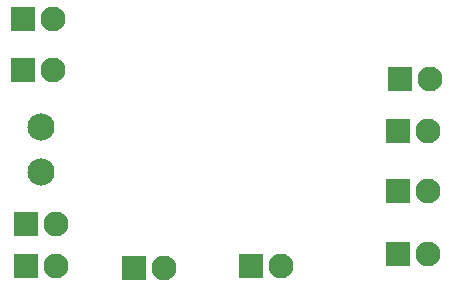
<source format=gbs>
G04 Layer: BottomSolderMaskLayer*
G04 EasyEDA v6.5.44, 2024-09-12 07:38:51*
G04 Gerber Generator version 0.2*
G04 Scale: 100 percent, Rotated: No, Reflected: No *
G04 Dimensions in millimeters *
G04 leading zeros omitted , absolute positions ,4 integer and 5 decimal *
%FSLAX45Y45*%
%MOMM*%

%AMMACRO1*4,1,8,-1.0211,-1.0508,-1.0508,-1.0208,-1.0508,1.0211,-1.0211,1.0508,1.0208,1.0508,1.0508,1.0211,1.0508,-1.0208,1.0208,-1.0508,-1.0211,-1.0508,0*%
%ADD10C,2.3016*%
%ADD11MACRO1*%
%ADD12C,2.1016*%

%LPD*%
D10*
G01*
X1054100Y8902700D03*
G01*
X1054100Y8521700D03*
D11*
G01*
X4076700Y8356600D03*
D12*
G01*
X4330700Y8356600D03*
D11*
G01*
X4076700Y7823200D03*
D12*
G01*
X4330700Y7823200D03*
D11*
G01*
X4076700Y8864600D03*
D12*
G01*
X4330700Y8864600D03*
D11*
G01*
X4089400Y9309100D03*
D12*
G01*
X4343400Y9309100D03*
D11*
G01*
X1841499Y7708900D03*
D12*
G01*
X2095500Y7708900D03*
D11*
G01*
X901700Y9385300D03*
D12*
G01*
X1155700Y9385300D03*
D11*
G01*
X901700Y9817100D03*
D12*
G01*
X1155700Y9817100D03*
D11*
G01*
X927100Y7721600D03*
D12*
G01*
X1181100Y7721600D03*
D11*
G01*
X927100Y8077200D03*
D12*
G01*
X1181100Y8077200D03*
D11*
G01*
X2832100Y7721600D03*
D12*
G01*
X3086100Y7721600D03*
M02*

</source>
